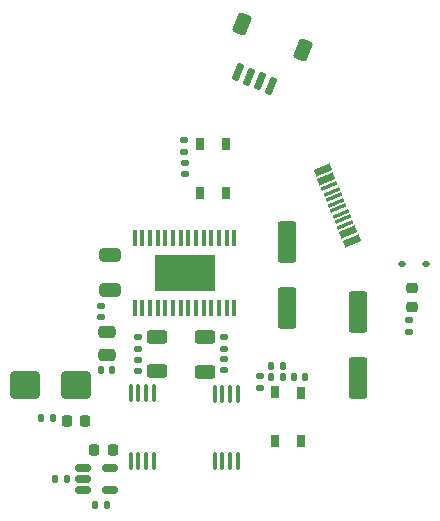
<source format=gtp>
G04 #@! TF.GenerationSoftware,KiCad,Pcbnew,(7.0.0)*
G04 #@! TF.CreationDate,2023-05-14T21:45:47+08:00*
G04 #@! TF.ProjectId,ServoLess,53657276-6f4c-4657-9373-2e6b69636164,V2.0*
G04 #@! TF.SameCoordinates,Original*
G04 #@! TF.FileFunction,Paste,Top*
G04 #@! TF.FilePolarity,Positive*
%FSLAX46Y46*%
G04 Gerber Fmt 4.6, Leading zero omitted, Abs format (unit mm)*
G04 Created by KiCad (PCBNEW (7.0.0)) date 2023-05-14 21:45:47*
%MOMM*%
%LPD*%
G01*
G04 APERTURE LIST*
G04 Aperture macros list*
%AMRoundRect*
0 Rectangle with rounded corners*
0 $1 Rounding radius*
0 $2 $3 $4 $5 $6 $7 $8 $9 X,Y pos of 4 corners*
0 Add a 4 corners polygon primitive as box body*
4,1,4,$2,$3,$4,$5,$6,$7,$8,$9,$2,$3,0*
0 Add four circle primitives for the rounded corners*
1,1,$1+$1,$2,$3*
1,1,$1+$1,$4,$5*
1,1,$1+$1,$6,$7*
1,1,$1+$1,$8,$9*
0 Add four rect primitives between the rounded corners*
20,1,$1+$1,$2,$3,$4,$5,0*
20,1,$1+$1,$4,$5,$6,$7,0*
20,1,$1+$1,$6,$7,$8,$9,0*
20,1,$1+$1,$8,$9,$2,$3,0*%
%AMRotRect*
0 Rectangle, with rotation*
0 The origin of the aperture is its center*
0 $1 length*
0 $2 width*
0 $3 Rotation angle, in degrees counterclockwise*
0 Add horizontal line*
21,1,$1,$2,0,0,$3*%
G04 Aperture macros list end*
%ADD10RoundRect,0.250000X0.550000X-1.500000X0.550000X1.500000X-0.550000X1.500000X-0.550000X-1.500000X0*%
%ADD11RoundRect,0.150000X-0.512500X-0.150000X0.512500X-0.150000X0.512500X0.150000X-0.512500X0.150000X0*%
%ADD12RoundRect,0.135000X-0.185000X0.135000X-0.185000X-0.135000X0.185000X-0.135000X0.185000X0.135000X0*%
%ADD13RoundRect,0.140000X0.170000X-0.140000X0.170000X0.140000X-0.170000X0.140000X-0.170000X-0.140000X0*%
%ADD14RoundRect,0.150000X0.377759X0.520022X0.100595X0.634827X-0.377759X-0.520022X-0.100595X-0.634827X0*%
%ADD15RoundRect,0.250000X0.572102X0.466582X-0.074614X0.734461X-0.572102X-0.466582X0.074614X-0.734461X0*%
%ADD16RoundRect,0.218750X-0.256250X0.218750X-0.256250X-0.218750X0.256250X-0.218750X0.256250X0.218750X0*%
%ADD17R,0.650000X1.050000*%
%ADD18RotRect,0.600000X1.450000X112.500000*%
%ADD19RotRect,0.300000X1.450000X112.500000*%
%ADD20RoundRect,0.135000X-0.135000X-0.185000X0.135000X-0.185000X0.135000X0.185000X-0.135000X0.185000X0*%
%ADD21RoundRect,0.135000X0.185000X-0.135000X0.185000X0.135000X-0.185000X0.135000X-0.185000X-0.135000X0*%
%ADD22RoundRect,0.140000X-0.170000X0.140000X-0.170000X-0.140000X0.170000X-0.140000X0.170000X0.140000X0*%
%ADD23RoundRect,0.250000X-1.000000X-0.900000X1.000000X-0.900000X1.000000X0.900000X-1.000000X0.900000X0*%
%ADD24RoundRect,0.250000X-0.475000X0.250000X-0.475000X-0.250000X0.475000X-0.250000X0.475000X0.250000X0*%
%ADD25RoundRect,0.140000X-0.140000X-0.170000X0.140000X-0.170000X0.140000X0.170000X-0.140000X0.170000X0*%
%ADD26RoundRect,0.140000X0.140000X0.170000X-0.140000X0.170000X-0.140000X-0.170000X0.140000X-0.170000X0*%
%ADD27RoundRect,0.225000X0.225000X0.250000X-0.225000X0.250000X-0.225000X-0.250000X0.225000X-0.250000X0*%
%ADD28RoundRect,0.100000X-0.100000X0.637500X-0.100000X-0.637500X0.100000X-0.637500X0.100000X0.637500X0*%
%ADD29RoundRect,0.250000X-0.625000X0.312500X-0.625000X-0.312500X0.625000X-0.312500X0.625000X0.312500X0*%
%ADD30RoundRect,0.135000X0.135000X0.185000X-0.135000X0.185000X-0.135000X-0.185000X0.135000X-0.185000X0*%
%ADD31RoundRect,0.218750X0.218750X0.256250X-0.218750X0.256250X-0.218750X-0.256250X0.218750X-0.256250X0*%
%ADD32R,0.449999X1.400000*%
%ADD33R,5.180000X3.099999*%
%ADD34RoundRect,0.250000X0.650000X-0.325000X0.650000X0.325000X-0.650000X0.325000X-0.650000X-0.325000X0*%
%ADD35RoundRect,0.250000X-0.550000X1.500000X-0.550000X-1.500000X0.550000X-1.500000X0.550000X1.500000X0*%
%ADD36RoundRect,0.112500X0.187500X0.112500X-0.187500X0.112500X-0.187500X-0.112500X0.187500X-0.112500X0*%
G04 APERTURE END LIST*
D10*
X149240000Y-93205000D03*
X149240000Y-87605000D03*
D11*
X131987500Y-106700000D03*
X131987500Y-107650000D03*
X131987500Y-108600000D03*
X134262500Y-108600000D03*
X134262500Y-106700000D03*
D12*
X136675000Y-95672500D03*
X136675000Y-96692500D03*
D13*
X136675000Y-98542500D03*
X136675000Y-97582500D03*
D14*
X147910452Y-74386784D03*
X146986573Y-74004101D03*
X146062693Y-73621417D03*
X145138814Y-73238734D03*
D15*
X150594394Y-71304239D03*
X145420669Y-69161212D03*
D16*
X159825000Y-91512500D03*
X159825000Y-93087500D03*
D17*
X148274999Y-104479999D03*
X148274999Y-100329999D03*
X150424999Y-104479999D03*
X150424999Y-100354999D03*
D18*
X154746627Y-87515562D03*
X154440481Y-86776458D03*
D19*
X153981261Y-85667803D03*
X153598577Y-84743923D03*
X153407235Y-84281984D03*
X153024552Y-83358104D03*
D18*
X152565332Y-82249449D03*
X152259185Y-81510345D03*
X152259185Y-81510345D03*
X152565332Y-82249449D03*
D19*
X152833210Y-82896164D03*
X153215894Y-83820044D03*
X153789919Y-85205863D03*
X154172602Y-86129743D03*
D18*
X154440481Y-86776458D03*
X154746627Y-87515562D03*
D20*
X147910000Y-99055000D03*
X148930000Y-99055000D03*
D13*
X143900000Y-98475000D03*
X143900000Y-97515000D03*
D21*
X159575000Y-95260000D03*
X159575000Y-94240000D03*
D22*
X133540000Y-93005000D03*
X133540000Y-93965000D03*
D23*
X127092500Y-99705000D03*
X131392500Y-99705000D03*
D24*
X134025000Y-95250000D03*
X134025000Y-97150000D03*
D25*
X147920000Y-98075000D03*
X148880000Y-98075000D03*
D26*
X133985000Y-109860000D03*
X133025000Y-109860000D03*
D25*
X149820000Y-99065000D03*
X150780000Y-99065000D03*
D27*
X134480000Y-105190000D03*
X132930000Y-105190000D03*
D21*
X147000000Y-99975000D03*
X147000000Y-98955000D03*
D28*
X137955000Y-100412500D03*
X137305000Y-100412500D03*
X136655000Y-100412500D03*
X136005000Y-100412500D03*
X136005000Y-106137500D03*
X136655000Y-106137500D03*
X137305000Y-106137500D03*
X137955000Y-106137500D03*
D29*
X138275000Y-95630000D03*
X138275000Y-98555000D03*
D30*
X130610000Y-107675000D03*
X129590000Y-107675000D03*
D26*
X134430000Y-98400000D03*
X133470000Y-98400000D03*
D22*
X140600000Y-80885000D03*
X140600000Y-81845000D03*
D12*
X143920000Y-95615000D03*
X143920000Y-96635000D03*
D31*
X132187500Y-102750000D03*
X130612500Y-102750000D03*
D12*
X140560000Y-78965000D03*
X140560000Y-79985000D03*
D17*
X141924999Y-83449999D03*
X141924999Y-79299999D03*
X144074999Y-83449999D03*
X144074999Y-79324999D03*
D20*
X128415000Y-102500000D03*
X129435000Y-102500000D03*
D32*
X136355000Y-93164997D03*
X137005001Y-93164997D03*
X137655000Y-93164997D03*
X138305001Y-93164997D03*
X138954999Y-93164997D03*
X139605001Y-93164997D03*
X140254999Y-93164997D03*
X140905001Y-93164997D03*
X141554999Y-93164997D03*
X142205001Y-93164997D03*
X142854999Y-93164997D03*
X143505000Y-93164997D03*
X144154999Y-93164997D03*
X144805000Y-93164997D03*
X144805000Y-87264996D03*
X144154999Y-87264996D03*
X143505000Y-87264996D03*
X142854999Y-87264996D03*
X142205001Y-87264996D03*
X141554999Y-87264996D03*
X140905001Y-87264996D03*
X140254999Y-87264996D03*
X139605001Y-87264996D03*
X138954999Y-87264996D03*
X138305001Y-87264996D03*
X137655000Y-87264996D03*
X137005001Y-87264996D03*
X136355000Y-87264996D03*
D33*
X140580000Y-90214998D03*
D34*
X134260000Y-91640000D03*
X134260000Y-88690000D03*
D35*
X155250000Y-93535000D03*
X155250000Y-99135000D03*
D29*
X142290000Y-95652500D03*
X142290000Y-98577500D03*
D36*
X161050000Y-89425000D03*
X158950000Y-89425000D03*
D28*
X145075000Y-100432500D03*
X144425000Y-100432500D03*
X143775000Y-100432500D03*
X143125000Y-100432500D03*
X143125000Y-106157500D03*
X143775000Y-106157500D03*
X144425000Y-106157500D03*
X145075000Y-106157500D03*
M02*

</source>
